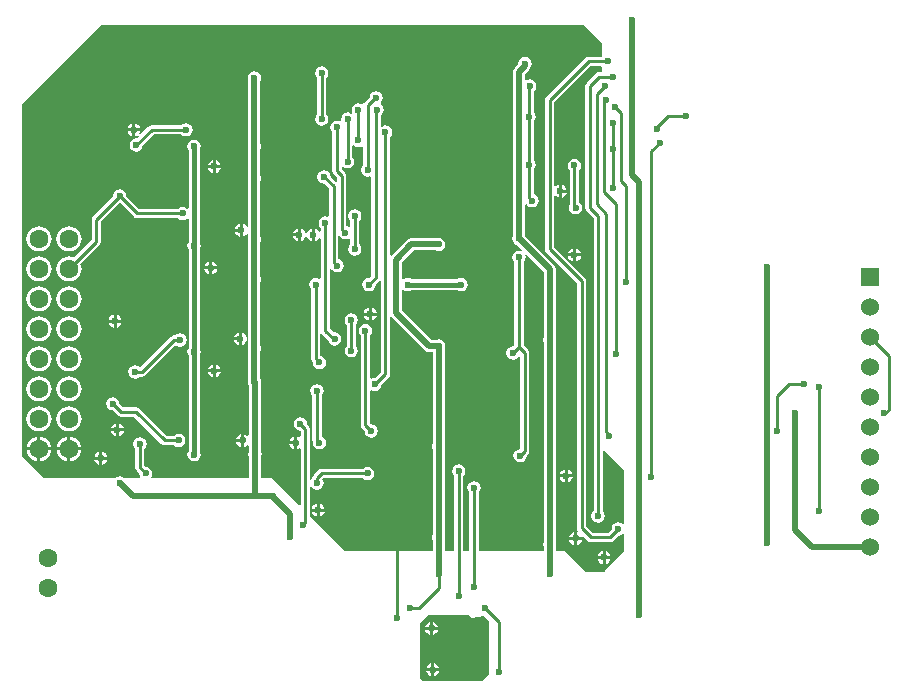
<source format=gbl>
G04 Layer_Physical_Order=2*
G04 Layer_Color=16711680*
%FSLAX25Y25*%
%MOIN*%
G70*
G01*
G75*
%ADD10C,0.01000*%
%ADD28C,0.01968*%
%ADD29C,0.01575*%
%ADD30C,0.06299*%
%ADD31R,0.06000X0.06000*%
%ADD32C,0.06000*%
%ADD33C,0.02362*%
G36*
X281299Y318307D02*
X281293Y313734D01*
X276772D01*
X276186Y313618D01*
X275690Y313286D01*
X262698Y300294D01*
X262367Y299798D01*
X262250Y299213D01*
Y249606D01*
X262367Y249021D01*
X262698Y248525D01*
X272880Y238343D01*
Y156693D01*
X272996Y156108D01*
X273255Y155721D01*
X273088Y155382D01*
X272970Y155268D01*
X272941Y155274D01*
Y153650D01*
X274565D01*
X274561Y153671D01*
X275022Y153918D01*
X276478Y152462D01*
X276974Y152130D01*
X277559Y152014D01*
X283858D01*
X284444Y152130D01*
X284940Y152462D01*
X286563Y154086D01*
X286614Y154075D01*
X287465Y154245D01*
X288083Y154657D01*
X288583Y154488D01*
Y148819D01*
X282283Y142520D01*
Y142126D01*
X275590D01*
X268898Y148819D01*
X265803D01*
Y150283D01*
X265834Y150330D01*
X266003Y151181D01*
X265834Y152032D01*
X265803Y152079D01*
Y218393D01*
X265834Y218440D01*
X266003Y219291D01*
X265834Y220142D01*
X265803Y220189D01*
Y242913D01*
X265649Y243688D01*
X265210Y244344D01*
X255609Y253945D01*
X255598Y254001D01*
X255566Y254048D01*
Y264376D01*
X256066Y264527D01*
X256301Y264176D01*
X257023Y263693D01*
X257874Y263524D01*
X258725Y263693D01*
X259447Y264176D01*
X259929Y264897D01*
X260098Y265748D01*
X259929Y266599D01*
X259447Y267320D01*
X258725Y267803D01*
X258419Y267863D01*
Y276155D01*
X258462Y276183D01*
X258944Y276905D01*
X259114Y277756D01*
X258944Y278607D01*
X258462Y279328D01*
X258419Y279357D01*
Y292099D01*
X258462Y292128D01*
X258944Y292850D01*
X259114Y293701D01*
X258944Y294552D01*
X258462Y295273D01*
X258419Y295302D01*
Y302204D01*
X258659Y302364D01*
X259141Y303086D01*
X259310Y303937D01*
X259141Y304788D01*
X258659Y305509D01*
X257938Y305992D01*
X257087Y306161D01*
X256236Y305992D01*
X256007Y305839D01*
X255566Y306075D01*
Y307823D01*
X256942Y309199D01*
X257381Y309856D01*
X257504Y310472D01*
X257566Y310566D01*
X257736Y311417D01*
X257566Y312268D01*
X257084Y312990D01*
X256363Y313472D01*
X255512Y313641D01*
X254661Y313472D01*
X253939Y312990D01*
X253457Y312268D01*
X253288Y311417D01*
X253313Y311292D01*
X252113Y310092D01*
X251674Y309436D01*
X251520Y308661D01*
Y254048D01*
X251489Y254001D01*
X251320Y253150D01*
X251489Y252299D01*
X251971Y251577D01*
X252692Y251095D01*
X252748Y251084D01*
X254423Y249409D01*
X254176Y248948D01*
X253543Y249074D01*
X252692Y248905D01*
X251971Y248423D01*
X251489Y247701D01*
X251320Y246850D01*
X251489Y245999D01*
X251971Y245278D01*
X252014Y245249D01*
Y217563D01*
X251626Y217174D01*
X251575Y217184D01*
X250724Y217015D01*
X250002Y216533D01*
X249520Y215812D01*
X249351Y214961D01*
X249520Y214110D01*
X250002Y213388D01*
X250724Y212906D01*
X251575Y212737D01*
X252426Y212906D01*
X253147Y213388D01*
X253482Y213890D01*
X253982Y213738D01*
Y182970D01*
X253937Y182932D01*
X253086Y182763D01*
X252364Y182281D01*
X251883Y181560D01*
X251713Y180709D01*
X251883Y179858D01*
X252364Y179136D01*
X253086Y178654D01*
X253937Y178485D01*
X254788Y178654D01*
X255509Y179136D01*
X255992Y179858D01*
X256161Y180709D01*
X256151Y180760D01*
X256593Y181202D01*
X256925Y181698D01*
X257041Y182283D01*
Y214961D01*
X256925Y215546D01*
X256593Y216042D01*
X255073Y217563D01*
Y245249D01*
X255116Y245278D01*
X255598Y245999D01*
X255767Y246850D01*
X255641Y247483D01*
X256102Y247730D01*
X261756Y242075D01*
Y220189D01*
X261725Y220142D01*
X261556Y219291D01*
X261725Y218440D01*
X261756Y218393D01*
Y152079D01*
X261725Y152032D01*
X261556Y151181D01*
X261725Y150330D01*
X261756Y150283D01*
Y148819D01*
X240112Y148819D01*
Y168477D01*
X240155Y168506D01*
X240637Y169228D01*
X240807Y170079D01*
X240637Y170930D01*
X240155Y171651D01*
X239434Y172133D01*
X238583Y172303D01*
X237732Y172133D01*
X237010Y171651D01*
X236528Y170930D01*
X236359Y170079D01*
X236528Y169228D01*
X237010Y168506D01*
X237053Y168477D01*
Y148819D01*
X234994D01*
Y173989D01*
X235037Y174018D01*
X235519Y174740D01*
X235688Y175591D01*
X235519Y176442D01*
X235037Y177163D01*
X234316Y177645D01*
X233465Y177814D01*
X232613Y177645D01*
X231892Y177163D01*
X231410Y176442D01*
X231241Y175591D01*
X231410Y174740D01*
X231892Y174018D01*
X231935Y173989D01*
Y148819D01*
X228795D01*
Y152645D01*
X228826Y152692D01*
X228995Y153543D01*
X228826Y154394D01*
X228795Y154441D01*
Y182960D01*
X228826Y183007D01*
X228995Y183858D01*
X228826Y184709D01*
X228795Y184756D01*
Y216425D01*
X228826Y216472D01*
X228995Y217323D01*
X228826Y218174D01*
X228344Y218895D01*
X227623Y219377D01*
X226772Y219547D01*
X225921Y219377D01*
X225874Y219346D01*
X224460D01*
X214621Y229185D01*
Y235902D01*
X215122Y236117D01*
X215684Y235741D01*
X216535Y235572D01*
X217387Y235741D01*
X217734Y235973D01*
X233053D01*
X233401Y235741D01*
X234252Y235572D01*
X235103Y235741D01*
X235824Y236223D01*
X236307Y236944D01*
X236476Y237795D01*
X236307Y238646D01*
X235824Y239368D01*
X235103Y239850D01*
X234252Y240019D01*
X233401Y239850D01*
X233053Y239618D01*
X217734D01*
X217387Y239850D01*
X216535Y240019D01*
X215684Y239850D01*
X215122Y239474D01*
X214621Y239688D01*
Y245225D01*
X218554Y249158D01*
X225874D01*
X225921Y249127D01*
X226772Y248957D01*
X227623Y249127D01*
X228344Y249609D01*
X228826Y250330D01*
X228995Y251181D01*
X228826Y252032D01*
X228344Y252754D01*
X227623Y253236D01*
X226772Y253405D01*
X225921Y253236D01*
X225874Y253204D01*
X217717D01*
X216942Y253050D01*
X216286Y252612D01*
X211168Y247494D01*
X211085Y247369D01*
X210584Y247520D01*
Y286981D01*
X210628Y287010D01*
X211110Y287732D01*
X211279Y288583D01*
X211110Y289434D01*
X210628Y290155D01*
X209906Y290637D01*
X209055Y290807D01*
X208204Y290637D01*
X207935Y290457D01*
X207435Y290725D01*
Y294199D01*
X207872Y294491D01*
X208354Y295212D01*
X208523Y296063D01*
X208354Y296914D01*
X207872Y297636D01*
X207532Y297862D01*
X207478Y298428D01*
X207960Y299149D01*
X208129Y300000D01*
X207960Y300851D01*
X207478Y301572D01*
X206756Y302055D01*
X205906Y302224D01*
X205054Y302055D01*
X204333Y301572D01*
X203851Y300851D01*
X203764Y300415D01*
X202068Y298719D01*
X201737Y298223D01*
X201720Y298138D01*
X201164Y297908D01*
X200851Y298117D01*
X200000Y298287D01*
X199149Y298117D01*
X198427Y297636D01*
X197945Y296914D01*
X197776Y296063D01*
X197945Y295212D01*
X198029Y295088D01*
X197668Y294727D01*
X197308Y294968D01*
X196457Y295137D01*
X195606Y294968D01*
X194884Y294486D01*
X194402Y293764D01*
X194233Y292913D01*
X194328Y292437D01*
X193878Y292136D01*
X193764Y292212D01*
X192913Y292381D01*
X192062Y292212D01*
X191341Y291730D01*
X190859Y291008D01*
X190690Y290158D01*
X190859Y289306D01*
X191341Y288585D01*
X191384Y288556D01*
Y275590D01*
X191500Y275005D01*
X191832Y274509D01*
X192959Y273382D01*
Y272116D01*
X192459Y271909D01*
X190796Y273571D01*
X190806Y273622D01*
X190637Y274473D01*
X190155Y275195D01*
X189434Y275677D01*
X188583Y275846D01*
X187732Y275677D01*
X187010Y275195D01*
X186528Y274473D01*
X186359Y273622D01*
X186528Y272771D01*
X187010Y272050D01*
X187732Y271568D01*
X188583Y271398D01*
X188634Y271408D01*
X190203Y269839D01*
Y260627D01*
X189703Y260347D01*
X188976Y260492D01*
X188125Y260322D01*
X187404Y259840D01*
X186922Y259119D01*
X186752Y258268D01*
X186922Y257417D01*
X187404Y256695D01*
X187447Y256666D01*
Y255553D01*
X186947Y255402D01*
X186612Y255903D01*
X185890Y256385D01*
X185539Y256455D01*
Y254331D01*
Y252206D01*
X185890Y252276D01*
X186612Y252758D01*
X186947Y253260D01*
X187447Y253108D01*
Y239937D01*
X186947Y239670D01*
X186678Y239850D01*
X185827Y240019D01*
X184976Y239850D01*
X184254Y239368D01*
X183772Y238646D01*
X183603Y237795D01*
X183772Y236944D01*
X184254Y236223D01*
X184297Y236194D01*
Y212992D01*
X184414Y212407D01*
X184745Y211911D01*
X184794Y211862D01*
X184784Y211811D01*
X184953Y210960D01*
X185435Y210239D01*
X186157Y209756D01*
X187008Y209587D01*
X187859Y209756D01*
X188580Y210239D01*
X189062Y210960D01*
X189232Y211811D01*
X189062Y212662D01*
X188580Y213384D01*
X187859Y213866D01*
X187356Y213966D01*
Y221266D01*
X187856Y221417D01*
X187895Y221359D01*
X189985Y219270D01*
X190071Y218834D01*
X190553Y218113D01*
X191275Y217631D01*
X192126Y217461D01*
X192977Y217631D01*
X193699Y218113D01*
X194181Y218834D01*
X194350Y219685D01*
X194181Y220536D01*
X193699Y221257D01*
X192977Y221740D01*
X192126Y221909D01*
X191747Y221833D01*
X190506Y223074D01*
Y242872D01*
X191006Y243024D01*
X191341Y242522D01*
X192062Y242040D01*
X192913Y241871D01*
X193764Y242040D01*
X194486Y242522D01*
X194968Y243244D01*
X195137Y244094D01*
X194968Y244946D01*
X194486Y245667D01*
X193764Y246149D01*
X193262Y246249D01*
Y253895D01*
X193762Y254047D01*
X194097Y253546D01*
X194818Y253064D01*
X195669Y252894D01*
X196520Y253064D01*
X196790Y253243D01*
X197290Y252976D01*
Y251208D01*
X197246Y251179D01*
X196764Y250457D01*
X196595Y249606D01*
X196764Y248755D01*
X197246Y248034D01*
X197968Y247552D01*
X198819Y247382D01*
X199670Y247552D01*
X200391Y248034D01*
X200873Y248755D01*
X201043Y249606D01*
X200873Y250457D01*
X200391Y251179D01*
X200348Y251208D01*
Y259029D01*
X200391Y259057D01*
X200873Y259779D01*
X201043Y260630D01*
X200873Y261481D01*
X200391Y262202D01*
X199670Y262684D01*
X198819Y262854D01*
X197968Y262684D01*
X197246Y262202D01*
X196764Y261481D01*
X196595Y260630D01*
X196764Y259779D01*
X197246Y259057D01*
X197290Y259029D01*
Y257260D01*
X196790Y256993D01*
X196520Y257173D01*
X196018Y257273D01*
Y274016D01*
X195901Y274601D01*
X195570Y275097D01*
X194443Y276224D01*
Y276997D01*
X194943Y277129D01*
X195606Y276686D01*
X196457Y276516D01*
X197308Y276686D01*
X198029Y277168D01*
X198511Y277889D01*
X198680Y278740D01*
X198511Y279591D01*
X198029Y280313D01*
X197986Y280341D01*
Y284083D01*
X198486Y284215D01*
X199149Y283772D01*
X200000Y283603D01*
X200851Y283772D01*
X201120Y283952D01*
X201620Y283685D01*
Y277586D01*
X201577Y277557D01*
X201095Y276835D01*
X200926Y275984D01*
X201095Y275133D01*
X201577Y274412D01*
X202299Y273930D01*
X203150Y273760D01*
X203876Y273905D01*
X204376Y273625D01*
Y240791D01*
X203594Y240009D01*
X203543Y240019D01*
X202692Y239850D01*
X201971Y239368D01*
X201489Y238646D01*
X201320Y237795D01*
X201489Y236944D01*
X201971Y236223D01*
X202692Y235741D01*
X203543Y235572D01*
X204394Y235741D01*
X205116Y236223D01*
X205598Y236944D01*
X205767Y237795D01*
X205757Y237846D01*
X206987Y239076D01*
X207026Y239134D01*
X207526Y238982D01*
Y208665D01*
X205563Y206702D01*
X205512Y206712D01*
X204661Y206543D01*
X204392Y206363D01*
X203892Y206630D01*
Y220840D01*
X203935Y220868D01*
X204417Y221590D01*
X204586Y222441D01*
X204417Y223292D01*
X203935Y224013D01*
X203213Y224496D01*
X202362Y224665D01*
X201511Y224496D01*
X200790Y224013D01*
X200308Y223292D01*
X200138Y222441D01*
X200308Y221590D01*
X200790Y220868D01*
X200833Y220840D01*
Y190945D01*
X200949Y190360D01*
X201281Y189863D01*
X202117Y189027D01*
X202107Y188976D01*
X202276Y188125D01*
X202758Y187404D01*
X203480Y186922D01*
X204331Y186752D01*
X205182Y186922D01*
X205903Y187404D01*
X206385Y188125D01*
X206555Y188976D01*
X206385Y189827D01*
X205903Y190549D01*
X205182Y191031D01*
X204331Y191200D01*
X204280Y191190D01*
X203892Y191578D01*
Y202346D01*
X204392Y202613D01*
X204661Y202434D01*
X205512Y202264D01*
X206363Y202434D01*
X207084Y202916D01*
X207566Y203637D01*
X207736Y204488D01*
X207726Y204539D01*
X210137Y206950D01*
X210468Y207446D01*
X210584Y208032D01*
Y226889D01*
X211085Y227041D01*
X211168Y226916D01*
X222192Y215892D01*
X222848Y215454D01*
X223622Y215300D01*
X224748D01*
Y184756D01*
X224717Y184709D01*
X224548Y183858D01*
X224717Y183007D01*
X224748Y182960D01*
Y154441D01*
X224717Y154394D01*
X224548Y153543D01*
X224717Y152692D01*
X224748Y152645D01*
Y148819D01*
X195669Y148819D01*
X183813Y160675D01*
Y170431D01*
X184313Y170583D01*
X184648Y170081D01*
X185370Y169599D01*
X186221Y169430D01*
X187072Y169599D01*
X187793Y170081D01*
X188275Y170802D01*
X188444Y171653D01*
X188275Y172505D01*
X188029Y172873D01*
X188429Y173274D01*
X201548D01*
X201577Y173231D01*
X202299Y172749D01*
X203150Y172579D01*
X204001Y172749D01*
X204722Y173231D01*
X205204Y173952D01*
X205373Y174803D01*
X205204Y175654D01*
X204722Y176376D01*
X204001Y176858D01*
X203150Y177027D01*
X202299Y176858D01*
X201577Y176376D01*
X201548Y176332D01*
X187795D01*
X187210Y176216D01*
X186714Y175885D01*
X185139Y174310D01*
X184808Y173814D01*
X184697Y173259D01*
X184648Y173226D01*
X184313Y172724D01*
X183813Y172876D01*
Y189764D01*
X183696Y190349D01*
X183365Y190845D01*
X182922Y191288D01*
X182932Y191339D01*
X182763Y192190D01*
X182281Y192911D01*
X181560Y193393D01*
X180709Y193562D01*
X179858Y193393D01*
X179136Y192911D01*
X178654Y192190D01*
X178485Y191339D01*
X178654Y190488D01*
X179136Y189766D01*
X179858Y189284D01*
X180709Y189115D01*
X180754Y189077D01*
Y187181D01*
X180254Y186914D01*
X179985Y187094D01*
X179634Y187164D01*
Y185039D01*
Y182915D01*
X179985Y182985D01*
X180254Y183165D01*
X180754Y182897D01*
Y164387D01*
X180292Y164196D01*
X171260Y173228D01*
X167535D01*
Y180362D01*
X167566Y180409D01*
X167736Y181260D01*
X167566Y182111D01*
X167535Y182158D01*
Y205294D01*
X167578Y205512D01*
X167409Y206363D01*
X167377Y206410D01*
Y215637D01*
X167409Y215684D01*
X167578Y216535D01*
X167409Y217387D01*
X167377Y217434D01*
Y238472D01*
X167409Y238519D01*
X167578Y239370D01*
X167409Y240221D01*
X167377Y240268D01*
Y251858D01*
X167409Y251905D01*
X167578Y252756D01*
X167409Y253607D01*
X167377Y253654D01*
Y272330D01*
X167409Y272377D01*
X167578Y273228D01*
X167409Y274079D01*
X167377Y274126D01*
Y282960D01*
X167409Y283007D01*
X167578Y283858D01*
X167409Y284709D01*
X167377Y284756D01*
Y305795D01*
X167409Y305842D01*
X167578Y306693D01*
X167409Y307544D01*
X166927Y308265D01*
X166205Y308748D01*
X165354Y308917D01*
X164503Y308748D01*
X163782Y308265D01*
X163300Y307544D01*
X163130Y306693D01*
X163300Y305842D01*
X163331Y305795D01*
Y284756D01*
X163300Y284709D01*
X163130Y283858D01*
X163300Y283007D01*
X163331Y282960D01*
Y274126D01*
X163300Y274079D01*
X163130Y273228D01*
X163300Y272377D01*
X163331Y272330D01*
Y257278D01*
X162831Y257126D01*
X162596Y257478D01*
X161875Y257960D01*
X161524Y258030D01*
Y255906D01*
Y253781D01*
X161875Y253851D01*
X162596Y254333D01*
X162831Y254685D01*
X163331Y254533D01*
Y253654D01*
X163300Y253607D01*
X163130Y252756D01*
X163300Y251905D01*
X163331Y251858D01*
Y240268D01*
X163300Y240221D01*
X163130Y239370D01*
X163300Y238519D01*
X163331Y238472D01*
Y219848D01*
X162831Y219798D01*
X162783Y220040D01*
X162685Y220536D01*
X162202Y221257D01*
X161481Y221740D01*
X161130Y221809D01*
Y219685D01*
Y217561D01*
X161481Y217631D01*
X162202Y218113D01*
X162685Y218834D01*
X162783Y219330D01*
X162831Y219572D01*
X163331Y219523D01*
Y217434D01*
X163300Y217387D01*
X163130Y216535D01*
X163300Y215684D01*
X163331Y215637D01*
Y206410D01*
X163300Y206363D01*
X163130Y205512D01*
X163300Y204661D01*
X163489Y204378D01*
Y187553D01*
X162990Y187399D01*
X162268Y187881D01*
X161917Y187951D01*
Y185827D01*
Y183702D01*
X162268Y183772D01*
X162990Y184254D01*
X163489Y184101D01*
Y182158D01*
X163457Y182111D01*
X163288Y181260D01*
X163457Y180409D01*
X163489Y180362D01*
Y173228D01*
X131306Y173228D01*
X131039Y173728D01*
X131188Y173952D01*
X131358Y174803D01*
X131188Y175654D01*
X130706Y176376D01*
X129985Y176858D01*
X129134Y177027D01*
X129083Y177017D01*
X128695Y177405D01*
Y183044D01*
X128738Y183073D01*
X129220Y183795D01*
X129389Y184646D01*
X129220Y185497D01*
X128738Y186218D01*
X128016Y186700D01*
X127165Y186870D01*
X126314Y186700D01*
X125593Y186218D01*
X125111Y185497D01*
X124942Y184646D01*
X125111Y183795D01*
X125593Y183073D01*
X125636Y183044D01*
Y176772D01*
X125752Y176186D01*
X126084Y175690D01*
X126920Y174854D01*
X126910Y174803D01*
X127079Y173952D01*
X127229Y173728D01*
X126962Y173228D01*
X122041D01*
X121324Y173708D01*
X120472Y173877D01*
X119621Y173708D01*
X118903Y173228D01*
X95276Y173228D01*
X87795Y180709D01*
X87795Y298031D01*
X114173Y324410D01*
X275197D01*
X281299Y318307D01*
D02*
G37*
G36*
X281288Y310321D02*
X281285Y308616D01*
X280315D01*
X279730Y308500D01*
X279234Y308168D01*
X276084Y305018D01*
X275752Y304522D01*
X275636Y303937D01*
Y263386D01*
X275752Y262801D01*
X276084Y262304D01*
X278392Y259996D01*
Y162231D01*
X278349Y162202D01*
X277867Y161481D01*
X277697Y160630D01*
X277867Y159779D01*
X278349Y159057D01*
X279070Y158575D01*
X279921Y158406D01*
X280772Y158575D01*
X281494Y159057D01*
X281976Y159779D01*
X282145Y160630D01*
X281976Y161481D01*
X281494Y162202D01*
X281451Y162231D01*
Y182463D01*
X281913Y182654D01*
X288583Y175984D01*
Y158110D01*
X288083Y157941D01*
X287465Y158354D01*
X286614Y158523D01*
X285763Y158354D01*
X285042Y157872D01*
X284560Y157150D01*
X284390Y156299D01*
X284401Y156248D01*
X283225Y155073D01*
X278192D01*
X275939Y157326D01*
Y238976D01*
X275822Y239562D01*
X275491Y240058D01*
X265309Y250240D01*
Y267154D01*
X265809Y267286D01*
X266472Y266843D01*
X266823Y266773D01*
Y268898D01*
Y271022D01*
X266472Y270952D01*
X265809Y270509D01*
X265309Y270641D01*
Y298579D01*
X277405Y310675D01*
X280934D01*
X281288Y310321D01*
D02*
G37*
G36*
X237795Y126772D02*
X241732Y127165D01*
X243701Y125197D01*
Y107874D01*
X241339Y105512D01*
X221654D01*
X220472Y106693D01*
X220472Y124803D01*
X223228Y127559D01*
X237008D01*
X237795Y126772D01*
D02*
G37*
%LPC*%
G36*
X93043Y187112D02*
X92460Y187035D01*
X91451Y186617D01*
X90584Y185952D01*
X89919Y185085D01*
X89500Y184075D01*
X89424Y183492D01*
X93043D01*
Y187112D01*
D02*
G37*
G36*
X178634Y184539D02*
X177009D01*
X177079Y184188D01*
X177561Y183467D01*
X178283Y182985D01*
X178634Y182915D01*
Y184539D01*
D02*
G37*
G36*
X103043Y187112D02*
X102460Y187035D01*
X101451Y186617D01*
X100584Y185952D01*
X99919Y185085D01*
X99501Y184075D01*
X99424Y183492D01*
X103043D01*
Y187112D01*
D02*
G37*
G36*
X104043Y187112D02*
Y183492D01*
X107663D01*
X107586Y184075D01*
X107168Y185085D01*
X106503Y185952D01*
X105636Y186617D01*
X104627Y187035D01*
X104043Y187112D01*
D02*
G37*
G36*
X94043D02*
Y183492D01*
X97663D01*
X97586Y184075D01*
X97168Y185085D01*
X96503Y185952D01*
X95636Y186617D01*
X94627Y187035D01*
X94043Y187112D01*
D02*
G37*
G36*
X97663Y182492D02*
X94043D01*
Y178873D01*
X94627Y178949D01*
X95636Y179367D01*
X96503Y180033D01*
X97168Y180899D01*
X97586Y181909D01*
X97663Y182492D01*
D02*
G37*
G36*
X103043D02*
X99424D01*
X99501Y181909D01*
X99919Y180899D01*
X100584Y180033D01*
X101451Y179367D01*
X102460Y178949D01*
X103043Y178873D01*
Y182492D01*
D02*
G37*
G36*
X93043D02*
X89424D01*
X89500Y181909D01*
X89919Y180899D01*
X90584Y180033D01*
X91451Y179367D01*
X92460Y178949D01*
X93043Y178873D01*
Y182492D01*
D02*
G37*
G36*
X107663D02*
X104043D01*
Y178873D01*
X104627Y178949D01*
X105636Y179367D01*
X106503Y180033D01*
X107168Y180899D01*
X107586Y181909D01*
X107663Y182492D01*
D02*
G37*
G36*
X186221Y204586D02*
X185370Y204417D01*
X184648Y203935D01*
X184166Y203213D01*
X183997Y202362D01*
X184166Y201511D01*
X184648Y200790D01*
X184691Y200761D01*
Y185827D01*
X184808Y185241D01*
X184820Y185222D01*
X184784Y185039D01*
X184953Y184188D01*
X185435Y183467D01*
X186157Y182985D01*
X187008Y182816D01*
X187859Y182985D01*
X188580Y183467D01*
X189062Y184188D01*
X189232Y185039D01*
X189062Y185890D01*
X188580Y186612D01*
X187859Y187094D01*
X187750Y187116D01*
Y200761D01*
X187793Y200790D01*
X188275Y201511D01*
X188444Y202362D01*
X188275Y203213D01*
X187793Y203935D01*
X187072Y204417D01*
X186221Y204586D01*
D02*
G37*
G36*
X114673Y182046D02*
Y180421D01*
X116298D01*
X116228Y180772D01*
X115746Y181494D01*
X115024Y181976D01*
X114673Y182046D01*
D02*
G37*
G36*
X113673D02*
X113322Y181976D01*
X112601Y181494D01*
X112119Y180772D01*
X112049Y180421D01*
X113673D01*
Y182046D01*
D02*
G37*
G36*
X119185Y191495D02*
X118834Y191425D01*
X118113Y190943D01*
X117631Y190221D01*
X117561Y189870D01*
X119185D01*
Y191495D01*
D02*
G37*
G36*
X103543Y197178D02*
X102460Y197035D01*
X101451Y196617D01*
X100584Y195952D01*
X99919Y195085D01*
X99501Y194075D01*
X99358Y192992D01*
X99501Y191909D01*
X99919Y190899D01*
X100584Y190033D01*
X101451Y189367D01*
X102460Y188949D01*
X103543Y188807D01*
X104627Y188949D01*
X105636Y189367D01*
X106503Y190033D01*
X107168Y190899D01*
X107586Y191909D01*
X107729Y192992D01*
X107586Y194075D01*
X107168Y195085D01*
X106503Y195952D01*
X105636Y196617D01*
X104627Y197035D01*
X103543Y197178D01*
D02*
G37*
G36*
X93543D02*
X92460Y197035D01*
X91451Y196617D01*
X90584Y195952D01*
X89919Y195085D01*
X89500Y194075D01*
X89358Y192992D01*
X89500Y191909D01*
X89919Y190899D01*
X90584Y190033D01*
X91451Y189367D01*
X92460Y188949D01*
X93543Y188807D01*
X94627Y188949D01*
X95636Y189367D01*
X96503Y190033D01*
X97168Y190899D01*
X97586Y191909D01*
X97729Y192992D01*
X97586Y194075D01*
X97168Y195085D01*
X96503Y195952D01*
X95636Y196617D01*
X94627Y197035D01*
X93543Y197178D01*
D02*
G37*
G36*
X103543Y207177D02*
X102460Y207035D01*
X101451Y206617D01*
X100584Y205952D01*
X99919Y205085D01*
X99501Y204075D01*
X99358Y202992D01*
X99501Y201909D01*
X99919Y200899D01*
X100584Y200033D01*
X101451Y199367D01*
X102460Y198949D01*
X103543Y198807D01*
X104627Y198949D01*
X105636Y199367D01*
X106503Y200033D01*
X107168Y200899D01*
X107586Y201909D01*
X107729Y202992D01*
X107586Y204075D01*
X107168Y205085D01*
X106503Y205952D01*
X105636Y206617D01*
X104627Y207035D01*
X103543Y207177D01*
D02*
G37*
G36*
X93543D02*
X92460Y207035D01*
X91451Y206617D01*
X90584Y205952D01*
X89919Y205085D01*
X89500Y204075D01*
X89358Y202992D01*
X89500Y201909D01*
X89919Y200899D01*
X90584Y200033D01*
X91451Y199367D01*
X92460Y198949D01*
X93543Y198807D01*
X94627Y198949D01*
X95636Y199367D01*
X96503Y200033D01*
X97168Y200899D01*
X97586Y201909D01*
X97729Y202992D01*
X97586Y204075D01*
X97168Y205085D01*
X96503Y205952D01*
X95636Y206617D01*
X94627Y207035D01*
X93543Y207177D01*
D02*
G37*
G36*
X120185Y191495D02*
Y189870D01*
X121809D01*
X121740Y190221D01*
X121257Y190943D01*
X120536Y191425D01*
X120185Y191495D01*
D02*
G37*
G36*
X178634Y187164D02*
X178283Y187094D01*
X177561Y186612D01*
X177079Y185890D01*
X177009Y185539D01*
X178634D01*
Y187164D01*
D02*
G37*
G36*
X160917Y185327D02*
X159293D01*
X159363Y184976D01*
X159845Y184254D01*
X160566Y183772D01*
X160917Y183702D01*
Y185327D01*
D02*
G37*
G36*
X118110Y200255D02*
X117259Y200086D01*
X116538Y199604D01*
X116056Y198882D01*
X115886Y198031D01*
X116056Y197180D01*
X116538Y196459D01*
X117259Y195977D01*
X118110Y195808D01*
X118161Y195818D01*
X119785Y194194D01*
X120281Y193863D01*
X120866Y193746D01*
X125351D01*
X134352Y184745D01*
X134848Y184414D01*
X135433Y184297D01*
X138556D01*
X138585Y184254D01*
X139306Y183772D01*
X140157Y183603D01*
X141008Y183772D01*
X141730Y184254D01*
X142212Y184976D01*
X142381Y185827D01*
X142212Y186678D01*
X141730Y187399D01*
X141008Y187881D01*
X140157Y188051D01*
X139306Y187881D01*
X138585Y187399D01*
X138556Y187356D01*
X136067D01*
X127066Y196357D01*
X126569Y196689D01*
X125984Y196805D01*
X121500D01*
X120324Y197981D01*
X120334Y198031D01*
X120165Y198882D01*
X119683Y199604D01*
X118961Y200086D01*
X118110Y200255D01*
D02*
G37*
G36*
X121809Y188870D02*
X120185D01*
Y187246D01*
X120536Y187315D01*
X121257Y187798D01*
X121740Y188519D01*
X121809Y188870D01*
D02*
G37*
G36*
X119185D02*
X117561D01*
X117631Y188519D01*
X118113Y187798D01*
X118834Y187315D01*
X119185Y187246D01*
Y188870D01*
D02*
G37*
G36*
X160917Y187951D02*
X160566Y187881D01*
X159845Y187399D01*
X159363Y186678D01*
X159293Y186327D01*
X160917D01*
Y187951D01*
D02*
G37*
G36*
X116298Y179421D02*
X114673D01*
Y177797D01*
X115024Y177867D01*
X115746Y178349D01*
X116228Y179070D01*
X116298Y179421D01*
D02*
G37*
G36*
X281390Y146350D02*
X279765D01*
X279835Y145999D01*
X280317Y145278D01*
X281039Y144796D01*
X281390Y144726D01*
Y146350D01*
D02*
G37*
G36*
X282390Y148975D02*
Y147350D01*
X284014D01*
X283944Y147701D01*
X283462Y148423D01*
X282741Y148905D01*
X282390Y148975D01*
D02*
G37*
G36*
X281390D02*
X281039Y148905D01*
X280317Y148423D01*
X279835Y147701D01*
X279765Y147350D01*
X281390D01*
Y148975D01*
D02*
G37*
G36*
X284014Y146350D02*
X282390D01*
Y144726D01*
X282741Y144796D01*
X283462Y145278D01*
X283944Y145999D01*
X284014Y146350D01*
D02*
G37*
G36*
X271416Y173516D02*
X269791D01*
Y171891D01*
X270142Y171961D01*
X270864Y172443D01*
X271346Y173165D01*
X271416Y173516D01*
D02*
G37*
G36*
X268791D02*
X267167D01*
X267237Y173165D01*
X267719Y172443D01*
X268440Y171961D01*
X268791Y171891D01*
Y173516D01*
D02*
G37*
G36*
X187114Y164723D02*
Y163098D01*
X188739D01*
X188669Y163450D01*
X188187Y164171D01*
X187465Y164653D01*
X187114Y164723D01*
D02*
G37*
G36*
X113673Y179421D02*
X112049D01*
X112119Y179070D01*
X112601Y178349D01*
X113322Y177867D01*
X113673Y177797D01*
Y179421D01*
D02*
G37*
G36*
X269791Y176140D02*
Y174516D01*
X271416D01*
X271346Y174867D01*
X270864Y175588D01*
X270142Y176070D01*
X269791Y176140D01*
D02*
G37*
G36*
X268791D02*
X268440Y176070D01*
X267719Y175588D01*
X267237Y174867D01*
X267167Y174516D01*
X268791D01*
Y176140D01*
D02*
G37*
G36*
X271941Y155274D02*
X271590Y155204D01*
X270868Y154722D01*
X270386Y154001D01*
X270317Y153650D01*
X271941D01*
Y155274D01*
D02*
G37*
G36*
X274565Y152650D02*
X272941D01*
Y151025D01*
X273292Y151095D01*
X274013Y151577D01*
X274496Y152299D01*
X274565Y152650D01*
D02*
G37*
G36*
X271941D02*
X270317D01*
X270386Y152299D01*
X270868Y151577D01*
X271590Y151095D01*
X271941Y151025D01*
Y152650D01*
D02*
G37*
G36*
X186114Y164723D02*
X185763Y164653D01*
X185042Y164171D01*
X184560Y163450D01*
X184490Y163098D01*
X186114D01*
Y164723D01*
D02*
G37*
G36*
X188739Y162098D02*
X187114D01*
Y160474D01*
X187465Y160544D01*
X188187Y161026D01*
X188669Y161747D01*
X188739Y162098D01*
D02*
G37*
G36*
X186114D02*
X184490D01*
X184560Y161747D01*
X185042Y161026D01*
X185763Y160544D01*
X186114Y160474D01*
Y162098D01*
D02*
G37*
G36*
X151469Y208555D02*
X149844D01*
X149914Y208204D01*
X150396Y207483D01*
X151118Y207001D01*
X151469Y206931D01*
Y208555D01*
D02*
G37*
G36*
X160524Y255405D02*
X158899D01*
X158969Y255054D01*
X159451Y254333D01*
X160173Y253851D01*
X160524Y253781D01*
Y255405D01*
D02*
G37*
G36*
X179815Y253831D02*
X178191D01*
X178260Y253480D01*
X178743Y252758D01*
X179464Y252276D01*
X179815Y252206D01*
Y253831D01*
D02*
G37*
G36*
X103543Y257177D02*
X102460Y257035D01*
X101451Y256617D01*
X100584Y255952D01*
X99919Y255085D01*
X99501Y254075D01*
X99358Y252992D01*
X99501Y251909D01*
X99919Y250899D01*
X100584Y250033D01*
X101451Y249367D01*
X102460Y248949D01*
X103543Y248807D01*
X104627Y248949D01*
X105636Y249367D01*
X106503Y250033D01*
X107168Y250899D01*
X107586Y251909D01*
X107729Y252992D01*
X107586Y254075D01*
X107168Y255085D01*
X106503Y255952D01*
X105636Y256617D01*
X104627Y257035D01*
X103543Y257177D01*
D02*
G37*
G36*
X160524Y258030D02*
X160173Y257960D01*
X159451Y257478D01*
X158969Y256756D01*
X158899Y256405D01*
X160524D01*
Y258030D01*
D02*
G37*
G36*
X184539Y256455D02*
X184188Y256385D01*
X183467Y255903D01*
X182985Y255182D01*
X182932Y254917D01*
X182422D01*
X182369Y255182D01*
X181887Y255903D01*
X181166Y256385D01*
X180815Y256455D01*
Y254331D01*
Y252206D01*
X181166Y252276D01*
X181887Y252758D01*
X182369Y253480D01*
X182422Y253745D01*
X182932D01*
X182985Y253480D01*
X183467Y252758D01*
X184188Y252276D01*
X184539Y252206D01*
Y254331D01*
Y256455D01*
D02*
G37*
G36*
X179815D02*
X179464Y256385D01*
X178743Y255903D01*
X178260Y255182D01*
X178191Y254831D01*
X179815D01*
Y256455D01*
D02*
G37*
G36*
X151287Y245431D02*
Y243807D01*
X152912D01*
X152842Y244158D01*
X152360Y244880D01*
X151638Y245362D01*
X151287Y245431D01*
D02*
G37*
G36*
X93543Y257177D02*
X92460Y257035D01*
X91451Y256617D01*
X90584Y255952D01*
X89919Y255085D01*
X89500Y254075D01*
X89358Y252992D01*
X89500Y251909D01*
X89919Y250899D01*
X90584Y250033D01*
X91451Y249367D01*
X92460Y248949D01*
X93543Y248807D01*
X94627Y248949D01*
X95636Y249367D01*
X96503Y250033D01*
X97168Y250899D01*
X97586Y251909D01*
X97729Y252992D01*
X97586Y254075D01*
X97168Y255085D01*
X96503Y255952D01*
X95636Y256617D01*
X94627Y257035D01*
X93543Y257177D01*
D02*
G37*
G36*
X142520Y291594D02*
X141669Y291425D01*
X140947Y290943D01*
X140918Y290899D01*
X131102D01*
X130517Y290783D01*
X130021Y290452D01*
X127378Y287809D01*
X126990Y288127D01*
X127251Y288519D01*
X127321Y288870D01*
X125697D01*
Y287246D01*
X126048Y287316D01*
X126439Y287577D01*
X126758Y287189D01*
X126035Y286466D01*
X125984Y286476D01*
X125133Y286307D01*
X124412Y285824D01*
X123930Y285103D01*
X123760Y284252D01*
X123930Y283401D01*
X124412Y282680D01*
X125133Y282197D01*
X125984Y282028D01*
X126835Y282197D01*
X127557Y282680D01*
X128039Y283401D01*
X128208Y284252D01*
X128198Y284303D01*
X131736Y287841D01*
X140918D01*
X140947Y287798D01*
X141669Y287316D01*
X142520Y287146D01*
X143371Y287316D01*
X144092Y287798D01*
X144574Y288519D01*
X144744Y289370D01*
X144574Y290221D01*
X144092Y290943D01*
X143371Y291425D01*
X142520Y291594D01*
D02*
G37*
G36*
X124697Y288870D02*
X123073D01*
X123142Y288519D01*
X123624Y287798D01*
X124346Y287316D01*
X124697Y287246D01*
Y288870D01*
D02*
G37*
G36*
X152469Y279290D02*
Y277665D01*
X154093D01*
X154023Y278016D01*
X153541Y278738D01*
X152820Y279220D01*
X152469Y279290D01*
D02*
G37*
G36*
X187795Y310492D02*
X186944Y310322D01*
X186223Y309840D01*
X185741Y309119D01*
X185572Y308268D01*
X185741Y307417D01*
X186223Y306695D01*
X186266Y306666D01*
Y294515D01*
X186223Y294486D01*
X185741Y293764D01*
X185572Y292913D01*
X185741Y292062D01*
X186223Y291341D01*
X186944Y290859D01*
X187795Y290690D01*
X188646Y290859D01*
X189368Y291341D01*
X189850Y292062D01*
X190019Y292913D01*
X189850Y293764D01*
X189368Y294486D01*
X189325Y294515D01*
Y306666D01*
X189368Y306695D01*
X189850Y307417D01*
X190019Y308268D01*
X189850Y309119D01*
X189368Y309840D01*
X188646Y310322D01*
X187795Y310492D01*
D02*
G37*
G36*
X125697Y291494D02*
Y289870D01*
X127321D01*
X127251Y290221D01*
X126769Y290943D01*
X126048Y291425D01*
X125697Y291494D01*
D02*
G37*
G36*
X124697D02*
X124346Y291425D01*
X123624Y290943D01*
X123142Y290221D01*
X123073Y289870D01*
X124697D01*
Y291494D01*
D02*
G37*
G36*
X145276Y286082D02*
X144425Y285913D01*
X143703Y285431D01*
X143221Y284709D01*
X143052Y283858D01*
X143221Y283007D01*
X143453Y282660D01*
Y263256D01*
X142953Y263126D01*
X142288Y263570D01*
X141437Y263740D01*
X140586Y263570D01*
X139865Y263088D01*
X139836Y263045D01*
X126913D01*
X122686Y267272D01*
X122696Y267323D01*
X122527Y268174D01*
X122045Y268895D01*
X121324Y269377D01*
X120472Y269547D01*
X119621Y269377D01*
X118900Y268895D01*
X118418Y268174D01*
X118249Y267323D01*
X118259Y267272D01*
X111517Y260530D01*
X111186Y260034D01*
X111069Y259449D01*
Y252681D01*
X105190Y246802D01*
X104627Y247035D01*
X103543Y247178D01*
X102460Y247035D01*
X101451Y246617D01*
X100584Y245952D01*
X99919Y245085D01*
X99501Y244075D01*
X99358Y242992D01*
X99501Y241909D01*
X99919Y240899D01*
X100584Y240033D01*
X101451Y239368D01*
X102460Y238949D01*
X103543Y238807D01*
X104627Y238949D01*
X105636Y239368D01*
X106503Y240033D01*
X107168Y240899D01*
X107586Y241909D01*
X107729Y242992D01*
X107586Y244075D01*
X107353Y244639D01*
X113680Y250966D01*
X114011Y251462D01*
X114128Y252047D01*
Y258815D01*
X120140Y264827D01*
X120805D01*
X125198Y260434D01*
X125694Y260103D01*
X126279Y259986D01*
X139836D01*
X139865Y259943D01*
X140586Y259461D01*
X141437Y259292D01*
X142288Y259461D01*
X142953Y259906D01*
X143453Y259776D01*
Y251986D01*
X143221Y251638D01*
X143052Y250787D01*
X143221Y249936D01*
X143453Y249589D01*
Y216553D01*
X143221Y216205D01*
X143052Y215354D01*
X143221Y214503D01*
X143453Y214156D01*
Y182301D01*
X143221Y181953D01*
X143052Y181102D01*
X143221Y180251D01*
X143703Y179530D01*
X144425Y179048D01*
X145276Y178878D01*
X146127Y179048D01*
X146848Y179530D01*
X147330Y180251D01*
X147499Y181102D01*
X147330Y181953D01*
X147098Y182301D01*
Y214156D01*
X147330Y214503D01*
X147499Y215354D01*
X147330Y216205D01*
X147098Y216553D01*
Y249589D01*
X147330Y249936D01*
X147499Y250787D01*
X147330Y251638D01*
X147098Y251986D01*
Y282660D01*
X147330Y283007D01*
X147499Y283858D01*
X147330Y284709D01*
X146848Y285431D01*
X146127Y285913D01*
X145276Y286082D01*
D02*
G37*
G36*
X151469Y279290D02*
X151118Y279220D01*
X150396Y278738D01*
X149914Y278016D01*
X149844Y277665D01*
X151469D01*
Y279290D01*
D02*
G37*
G36*
X154093Y276665D02*
X152469D01*
Y275041D01*
X152820Y275111D01*
X153541Y275593D01*
X154023Y276314D01*
X154093Y276665D01*
D02*
G37*
G36*
X151469D02*
X149844D01*
X149914Y276314D01*
X150396Y275593D01*
X151118Y275111D01*
X151469Y275041D01*
Y276665D01*
D02*
G37*
G36*
X93543Y227178D02*
X92460Y227035D01*
X91451Y226617D01*
X90584Y225952D01*
X89919Y225085D01*
X89500Y224075D01*
X89358Y222992D01*
X89500Y221909D01*
X89919Y220899D01*
X90584Y220033D01*
X91451Y219368D01*
X92460Y218949D01*
X93543Y218807D01*
X94627Y218949D01*
X95636Y219368D01*
X96503Y220033D01*
X97168Y220899D01*
X97586Y221909D01*
X97729Y222992D01*
X97586Y224075D01*
X97168Y225085D01*
X96503Y225952D01*
X95636Y226617D01*
X94627Y227035D01*
X93543Y227178D01*
D02*
G37*
G36*
X160130Y219185D02*
X158505D01*
X158575Y218834D01*
X159057Y218113D01*
X159779Y217631D01*
X160130Y217561D01*
Y219185D01*
D02*
G37*
G36*
X140551Y221515D02*
X139700Y221346D01*
X138979Y220864D01*
X138950Y220821D01*
X138583D01*
X137997Y220704D01*
X137501Y220373D01*
X127603Y210475D01*
X127163Y210234D01*
X126442Y210716D01*
X125591Y210885D01*
X124740Y210716D01*
X124018Y210234D01*
X123536Y209512D01*
X123367Y208661D01*
X123536Y207810D01*
X124018Y207089D01*
X124740Y206607D01*
X125591Y206438D01*
X126442Y206607D01*
X127163Y207089D01*
X127192Y207132D01*
X127953D01*
X128538Y207248D01*
X129034Y207580D01*
X139095Y217641D01*
X139700Y217237D01*
X140551Y217068D01*
X141402Y217237D01*
X142124Y217719D01*
X142606Y218440D01*
X142775Y219291D01*
X142606Y220142D01*
X142124Y220864D01*
X141402Y221346D01*
X140551Y221515D01*
D02*
G37*
G36*
X118398Y225091D02*
X116773D01*
X116843Y224740D01*
X117325Y224018D01*
X118047Y223536D01*
X118398Y223466D01*
Y225091D01*
D02*
G37*
G36*
X160130Y221809D02*
X159779Y221740D01*
X159057Y221257D01*
X158575Y220536D01*
X158505Y220185D01*
X160130D01*
Y221809D01*
D02*
G37*
G36*
X103543Y227178D02*
X102460Y227035D01*
X101451Y226617D01*
X100584Y225952D01*
X99919Y225085D01*
X99501Y224075D01*
X99358Y222992D01*
X99501Y221909D01*
X99919Y220899D01*
X100584Y220033D01*
X101451Y219368D01*
X102460Y218949D01*
X103543Y218807D01*
X104627Y218949D01*
X105636Y219368D01*
X106503Y220033D01*
X107168Y220899D01*
X107586Y221909D01*
X107729Y222992D01*
X107586Y224075D01*
X107168Y225085D01*
X106503Y225952D01*
X105636Y226617D01*
X104627Y227035D01*
X103543Y227178D01*
D02*
G37*
G36*
Y217178D02*
X102460Y217035D01*
X101451Y216617D01*
X100584Y215952D01*
X99919Y215085D01*
X99501Y214075D01*
X99358Y212992D01*
X99501Y211909D01*
X99919Y210899D01*
X100584Y210033D01*
X101451Y209367D01*
X102460Y208949D01*
X103543Y208807D01*
X104627Y208949D01*
X105636Y209367D01*
X106503Y210033D01*
X107168Y210899D01*
X107586Y211909D01*
X107729Y212992D01*
X107586Y214075D01*
X107168Y215085D01*
X106503Y215952D01*
X105636Y216617D01*
X104627Y217035D01*
X103543Y217178D01*
D02*
G37*
G36*
X93543D02*
X92460Y217035D01*
X91451Y216617D01*
X90584Y215952D01*
X89919Y215085D01*
X89500Y214075D01*
X89358Y212992D01*
X89500Y211909D01*
X89919Y210899D01*
X90584Y210033D01*
X91451Y209367D01*
X92460Y208949D01*
X93543Y208807D01*
X94627Y208949D01*
X95636Y209367D01*
X96503Y210033D01*
X97168Y210899D01*
X97586Y211909D01*
X97729Y212992D01*
X97586Y214075D01*
X97168Y215085D01*
X96503Y215952D01*
X95636Y216617D01*
X94627Y217035D01*
X93543Y217178D01*
D02*
G37*
G36*
X154093Y208555D02*
X152469D01*
Y206931D01*
X152820Y207001D01*
X153541Y207483D01*
X154023Y208204D01*
X154093Y208555D01*
D02*
G37*
G36*
X197638Y228208D02*
X196787Y228039D01*
X196065Y227557D01*
X195583Y226835D01*
X195414Y225984D01*
X195583Y225133D01*
X196065Y224412D01*
X196108Y224383D01*
Y217349D01*
X196065Y217320D01*
X195583Y216599D01*
X195414Y215748D01*
X195583Y214897D01*
X196065Y214176D01*
X196787Y213693D01*
X197638Y213524D01*
X198489Y213693D01*
X199210Y214176D01*
X199692Y214897D01*
X199862Y215748D01*
X199692Y216599D01*
X199210Y217320D01*
X199167Y217349D01*
Y224383D01*
X199210Y224412D01*
X199692Y225133D01*
X199862Y225984D01*
X199692Y226835D01*
X199210Y227557D01*
X198489Y228039D01*
X197638Y228208D01*
D02*
G37*
G36*
X152469Y211179D02*
Y209555D01*
X154093D01*
X154023Y209906D01*
X153541Y210628D01*
X152820Y211110D01*
X152469Y211179D01*
D02*
G37*
G36*
X151469D02*
X151118Y211110D01*
X150396Y210628D01*
X149914Y209906D01*
X149844Y209555D01*
X151469D01*
Y211179D01*
D02*
G37*
G36*
X121022Y225091D02*
X119398D01*
Y223466D01*
X119749Y223536D01*
X120470Y224018D01*
X120952Y224740D01*
X121022Y225091D01*
D02*
G37*
G36*
X93543Y247178D02*
X92460Y247035D01*
X91451Y246617D01*
X90584Y245952D01*
X89919Y245085D01*
X89500Y244075D01*
X89358Y242992D01*
X89500Y241909D01*
X89919Y240899D01*
X90584Y240033D01*
X91451Y239368D01*
X92460Y238949D01*
X93543Y238807D01*
X94627Y238949D01*
X95636Y239368D01*
X96503Y240033D01*
X97168Y240899D01*
X97586Y241909D01*
X97729Y242992D01*
X97586Y244075D01*
X97168Y245085D01*
X96503Y245952D01*
X95636Y246617D01*
X94627Y247035D01*
X93543Y247178D01*
D02*
G37*
G36*
X103543Y237177D02*
X102460Y237035D01*
X101451Y236617D01*
X100584Y235952D01*
X99919Y235085D01*
X99501Y234075D01*
X99358Y232992D01*
X99501Y231909D01*
X99919Y230899D01*
X100584Y230033D01*
X101451Y229367D01*
X102460Y228949D01*
X103543Y228807D01*
X104627Y228949D01*
X105636Y229367D01*
X106503Y230033D01*
X107168Y230899D01*
X107586Y231909D01*
X107729Y232992D01*
X107586Y234075D01*
X107168Y235085D01*
X106503Y235952D01*
X105636Y236617D01*
X104627Y237035D01*
X103543Y237177D01*
D02*
G37*
G36*
X93543D02*
X92460Y237035D01*
X91451Y236617D01*
X90584Y235952D01*
X89919Y235085D01*
X89500Y234075D01*
X89358Y232992D01*
X89500Y231909D01*
X89919Y230899D01*
X90584Y230033D01*
X91451Y229367D01*
X92460Y228949D01*
X93543Y228807D01*
X94627Y228949D01*
X95636Y229367D01*
X96503Y230033D01*
X97168Y230899D01*
X97586Y231909D01*
X97729Y232992D01*
X97586Y234075D01*
X97168Y235085D01*
X96503Y235952D01*
X95636Y236617D01*
X94627Y237035D01*
X93543Y237177D01*
D02*
G37*
G36*
X150287Y245431D02*
X149936Y245362D01*
X149215Y244880D01*
X148733Y244158D01*
X148663Y243807D01*
X150287D01*
Y245431D01*
D02*
G37*
G36*
X152912Y242807D02*
X151287D01*
Y241183D01*
X151638Y241252D01*
X152360Y241735D01*
X152842Y242456D01*
X152912Y242807D01*
D02*
G37*
G36*
X150287D02*
X148663D01*
X148733Y242456D01*
X149215Y241735D01*
X149936Y241252D01*
X150287Y241183D01*
Y242807D01*
D02*
G37*
G36*
X118398Y227715D02*
X118047Y227645D01*
X117325Y227163D01*
X116843Y226442D01*
X116773Y226091D01*
X118398D01*
Y227715D01*
D02*
G37*
G36*
X206061Y227453D02*
X204437D01*
Y225828D01*
X204788Y225898D01*
X205509Y226380D01*
X205992Y227102D01*
X206061Y227453D01*
D02*
G37*
G36*
X203437D02*
X201813D01*
X201883Y227102D01*
X202364Y226380D01*
X203086Y225898D01*
X203437Y225828D01*
Y227453D01*
D02*
G37*
G36*
X204437Y230077D02*
Y228453D01*
X206061D01*
X205992Y228804D01*
X205509Y229525D01*
X204788Y230007D01*
X204437Y230077D01*
D02*
G37*
G36*
X203437D02*
X203086Y230007D01*
X202364Y229525D01*
X201883Y228804D01*
X201813Y228453D01*
X203437D01*
Y230077D01*
D02*
G37*
G36*
X119398Y227715D02*
Y226091D01*
X121022D01*
X120952Y226442D01*
X120470Y227163D01*
X119749Y227645D01*
X119398Y227715D01*
D02*
G37*
G36*
X274172Y247138D02*
X272547D01*
Y245513D01*
X272898Y245583D01*
X273620Y246065D01*
X274102Y246787D01*
X274172Y247138D01*
D02*
G37*
G36*
X271547D02*
X269923D01*
X269993Y246787D01*
X270475Y246065D01*
X271196Y245583D01*
X271547Y245513D01*
Y247138D01*
D02*
G37*
G36*
X272547Y249762D02*
Y248138D01*
X274172D01*
X274102Y248489D01*
X273620Y249210D01*
X272898Y249692D01*
X272547Y249762D01*
D02*
G37*
G36*
X271547D02*
X271196Y249692D01*
X270475Y249210D01*
X269993Y248489D01*
X269923Y248138D01*
X271547D01*
Y249762D01*
D02*
G37*
G36*
X272047Y279783D02*
X271196Y279614D01*
X270475Y279132D01*
X269993Y278410D01*
X269823Y277559D01*
X269993Y276708D01*
X270475Y275987D01*
X270518Y275958D01*
Y264434D01*
X270386Y264237D01*
X270217Y263386D01*
X270386Y262535D01*
X270868Y261813D01*
X271590Y261331D01*
X272441Y261162D01*
X273292Y261331D01*
X273515Y261480D01*
X273518Y261481D01*
X274014Y261812D01*
X274346Y262308D01*
X274347Y262312D01*
X274496Y262535D01*
X274665Y263386D01*
X274496Y264237D01*
X274013Y264958D01*
X273577Y265250D01*
Y275958D01*
X273620Y275987D01*
X274102Y276708D01*
X274271Y277559D01*
X274102Y278410D01*
X273620Y279132D01*
X272898Y279614D01*
X272047Y279783D01*
D02*
G37*
G36*
X267823Y271022D02*
Y269398D01*
X269447D01*
X269377Y269749D01*
X268895Y270470D01*
X268174Y270952D01*
X267823Y271022D01*
D02*
G37*
G36*
X269447Y268398D02*
X267823D01*
Y266773D01*
X268174Y266843D01*
X268895Y267325D01*
X269377Y268047D01*
X269447Y268398D01*
D02*
G37*
G36*
X224909Y125353D02*
Y123728D01*
X226534D01*
X226464Y124079D01*
X225982Y124801D01*
X225260Y125283D01*
X224909Y125353D01*
D02*
G37*
G36*
X223909D02*
X223558Y125283D01*
X222837Y124801D01*
X222355Y124079D01*
X222285Y123728D01*
X223909D01*
Y125353D01*
D02*
G37*
G36*
X224303Y111573D02*
X223952Y111503D01*
X223231Y111021D01*
X222749Y110300D01*
X222679Y109949D01*
X224303D01*
Y111573D01*
D02*
G37*
G36*
X226927Y108949D02*
X225303D01*
Y107325D01*
X225654Y107394D01*
X226376Y107876D01*
X226858Y108598D01*
X226927Y108949D01*
D02*
G37*
G36*
X224303D02*
X222679D01*
X222749Y108598D01*
X223231Y107876D01*
X223952Y107394D01*
X224303Y107325D01*
Y108949D01*
D02*
G37*
G36*
X226534Y122728D02*
X224909D01*
Y121104D01*
X225260Y121174D01*
X225982Y121656D01*
X226464Y122377D01*
X226534Y122728D01*
D02*
G37*
G36*
X223909D02*
X222285D01*
X222355Y122377D01*
X222837Y121656D01*
X223558Y121174D01*
X223909Y121104D01*
Y122728D01*
D02*
G37*
G36*
X225303Y111573D02*
Y109949D01*
X226927D01*
X226858Y110300D01*
X226376Y111021D01*
X225654Y111503D01*
X225303Y111573D01*
D02*
G37*
%LPD*%
D10*
X112598Y252047D02*
Y259449D01*
X103543Y242992D02*
X112598Y252047D01*
Y259449D02*
X120472Y267323D01*
X283858Y153543D02*
X286614Y156299D01*
X277559Y153543D02*
X283858D01*
X274410Y156693D02*
X277559Y153543D01*
X274410Y156693D02*
Y238976D01*
X263779Y249606D02*
X274410Y238976D01*
X263779Y249606D02*
Y299213D01*
X276772Y312205D01*
X283071D01*
X285433Y296850D02*
X287402Y294882D01*
Y272441D02*
Y294882D01*
Y272441D02*
X289370Y270472D01*
X212992Y126772D02*
Y149213D01*
X213386Y149606D01*
X285039Y283071D02*
Y291732D01*
Y270079D02*
Y283071D01*
X289370Y238976D02*
Y270472D01*
X281890Y298425D02*
X282677Y299213D01*
X281890Y268504D02*
Y298425D01*
Y268504D02*
X285827Y264567D01*
X353543Y162205D02*
Y203543D01*
X343543Y204567D02*
X348425D01*
X339665Y200689D02*
X343543Y204567D01*
X339665Y188878D02*
Y200689D01*
X217323Y129921D02*
X220079D01*
X226772Y136614D01*
Y141339D01*
X242126Y129921D02*
X246850Y125197D01*
Y108661D02*
Y125197D01*
X375984Y195276D02*
X376772Y196063D01*
Y214094D01*
X370472Y220394D02*
X376772Y214094D01*
X238583Y137008D02*
Y170079D01*
X233465Y133858D02*
Y175591D01*
X279528Y264567D02*
X282677Y261417D01*
Y188583D02*
Y261417D01*
Y188583D02*
X283465Y187795D01*
X186221Y171653D02*
Y173228D01*
X187795Y174803D01*
X180709Y191339D02*
X182283Y189764D01*
Y158268D02*
Y189764D01*
X181496Y157480D02*
X182283Y158268D01*
X127165Y176772D02*
Y184646D01*
Y176772D02*
X129134Y174803D01*
X187795D02*
X203150D01*
X118110Y198031D02*
X120866Y195276D01*
X125984D01*
X135433Y185827D01*
X140157D01*
X138583Y219291D02*
X140551D01*
X127953Y208661D02*
X138583Y219291D01*
X125591Y208661D02*
X127953D01*
X120472Y267323D02*
X126279Y261516D01*
X141437D01*
X125984Y284252D02*
X131102Y289370D01*
X142520D01*
X297638Y282283D02*
X300394Y285039D01*
X297638Y173622D02*
Y282283D01*
X256890Y293701D02*
Y303740D01*
Y277756D02*
Y293701D01*
Y303740D02*
X257087Y303937D01*
X256890Y266732D02*
Y277756D01*
Y266732D02*
X257874Y265748D01*
X285827Y214567D02*
Y264567D01*
X272441Y263386D02*
X272933Y262894D01*
X272047Y263779D02*
X272441Y263386D01*
X272047Y263779D02*
Y277559D01*
X279921Y160630D02*
Y260630D01*
X277165Y263386D02*
X279921Y260630D01*
X277165Y263386D02*
Y303937D01*
X280315Y307087D01*
X285039D01*
X279528Y264567D02*
Y301181D01*
X282283Y303937D01*
Y303937D01*
X299606Y289764D02*
Y290158D01*
X303307Y293858D01*
X309291D01*
X253937Y180709D02*
X255512Y182283D01*
Y214961D01*
X253543Y216929D02*
X255512Y214961D01*
X197638Y215748D02*
Y225984D01*
X251575Y214961D02*
X253543Y216929D01*
Y246850D01*
X198819Y249606D02*
Y260630D01*
X200000Y285827D02*
Y296063D01*
X196457Y278740D02*
Y292913D01*
X187795D02*
Y308268D01*
X192913Y275590D02*
Y290158D01*
Y275590D02*
X194488Y274016D01*
Y256299D02*
X195669Y255118D01*
X194488Y256299D02*
Y274016D01*
X191732Y244882D02*
X192126Y244488D01*
X191732Y244882D02*
Y270472D01*
X188583Y273622D02*
X191732Y270472D01*
Y219685D02*
X192126D01*
X188976Y222441D02*
X191732Y219685D01*
X188976Y222441D02*
Y258268D01*
X185827Y212992D02*
X187008Y211811D01*
X185827Y212992D02*
Y237795D01*
X202362Y190945D02*
X204331Y188976D01*
X202362Y190945D02*
Y222441D01*
X186221Y185827D02*
X187008Y185039D01*
X186221Y185827D02*
Y202362D01*
X209055Y208032D02*
Y288583D01*
X205512Y204488D02*
X209055Y208032D01*
X205906Y240158D02*
Y295669D01*
X203150Y275984D02*
Y297638D01*
X205906Y295669D02*
X206299Y296063D01*
X203543Y237795D02*
X205906Y240158D01*
X205512Y300000D02*
X205906D01*
X203150Y297638D02*
X205512Y300000D01*
D28*
X171260Y167323D02*
X177165Y161417D01*
X345669Y155905D02*
Y194882D01*
Y155905D02*
X351181Y150394D01*
X370472D01*
X293701Y127559D02*
Y164567D01*
X336221Y165354D02*
Y192126D01*
Y151575D02*
Y165354D01*
Y192126D02*
Y219291D01*
Y243701D01*
X171260Y167323D02*
X171653D01*
X177165Y153543D02*
Y161417D01*
X165512Y167323D02*
X171260D01*
X165512D02*
Y181260D01*
X263779Y219291D02*
Y242913D01*
Y151181D02*
Y219291D01*
X120472Y171653D02*
X124803Y167323D01*
X165512D01*
X293701Y243307D02*
Y272047D01*
Y218504D02*
Y243307D01*
Y190551D02*
Y218504D01*
Y164567D02*
Y190551D01*
X291339Y274410D02*
Y325984D01*
Y274410D02*
X293701Y272047D01*
X223622Y217323D02*
X226772D01*
X212598Y228346D02*
X223622Y217323D01*
X212598Y228346D02*
Y246063D01*
X217717Y251181D01*
X226772D01*
X263779Y141339D02*
Y151181D01*
X255512Y310630D02*
Y311417D01*
X253543Y308661D02*
X255512Y310630D01*
X253543Y253150D02*
Y308661D01*
Y253150D02*
X263779Y242913D01*
X165512Y181260D02*
Y205354D01*
X165354Y205512D02*
X165512Y205354D01*
X165354Y205512D02*
Y216535D01*
Y239370D01*
Y252756D01*
Y273228D01*
Y283858D01*
Y306693D01*
X226772Y141339D02*
Y153543D01*
Y183858D01*
Y217323D01*
D29*
X145276Y215354D02*
Y250787D01*
Y181102D02*
Y215354D01*
Y250787D02*
Y283858D01*
X216535Y237795D02*
X234252D01*
D30*
X96457Y146614D02*
D03*
Y136614D02*
D03*
X93543Y182992D02*
D03*
Y192992D02*
D03*
Y202992D02*
D03*
Y212992D02*
D03*
Y222992D02*
D03*
Y232992D02*
D03*
Y242992D02*
D03*
Y252992D02*
D03*
X103543Y192992D02*
D03*
Y202992D02*
D03*
Y212992D02*
D03*
Y222992D02*
D03*
Y232992D02*
D03*
Y242992D02*
D03*
Y182992D02*
D03*
Y252992D02*
D03*
D31*
X370472Y240394D02*
D03*
D32*
Y230394D02*
D03*
Y220394D02*
D03*
Y210394D02*
D03*
Y200394D02*
D03*
Y190394D02*
D03*
Y180394D02*
D03*
Y170394D02*
D03*
Y160394D02*
D03*
Y150394D02*
D03*
D33*
X125197Y289370D02*
D03*
X114173Y179921D02*
D03*
X286614Y156299D02*
D03*
X283071Y312205D02*
D03*
X285039Y270079D02*
D03*
X212992Y126772D02*
D03*
X285039Y283071D02*
D03*
Y291732D02*
D03*
X345669Y194882D02*
D03*
X353543Y162205D02*
D03*
X224803Y109449D02*
D03*
X224410Y123228D02*
D03*
X217323Y129921D02*
D03*
X242126D02*
D03*
X246850Y108661D02*
D03*
X375197Y194882D02*
D03*
X238583Y137008D02*
D03*
X233465Y133858D02*
D03*
X281890Y146850D02*
D03*
X272441Y153150D02*
D03*
X293701Y127559D02*
D03*
X161024Y255906D02*
D03*
X151969Y277165D02*
D03*
X203937Y227953D02*
D03*
X267323Y268898D02*
D03*
X272047Y247638D02*
D03*
X269291Y174016D02*
D03*
X186614Y162598D02*
D03*
X179134Y185039D02*
D03*
X186221Y171653D02*
D03*
X161417Y185827D02*
D03*
X151969Y209055D02*
D03*
X160630Y219685D02*
D03*
X118898Y225590D02*
D03*
X119685Y189370D02*
D03*
X150787Y243307D02*
D03*
X185039Y254331D02*
D03*
X180315D02*
D03*
X336221Y165354D02*
D03*
Y192126D02*
D03*
Y219291D02*
D03*
Y243701D02*
D03*
Y151575D02*
D03*
X171653Y167323D02*
D03*
X263779Y219291D02*
D03*
X226772Y217323D02*
D03*
X120472Y171653D02*
D03*
X127165Y184646D02*
D03*
X129134Y174803D02*
D03*
X203150D02*
D03*
X118110Y198031D02*
D03*
X140157Y185827D02*
D03*
X125591Y208661D02*
D03*
X140551Y219291D02*
D03*
X120472Y267323D02*
D03*
X141437Y261516D02*
D03*
X125984Y284252D02*
D03*
X142520Y289370D02*
D03*
X300394Y285039D02*
D03*
X297638Y173622D02*
D03*
X238583Y170079D02*
D03*
X233465Y175591D02*
D03*
X339665Y188878D02*
D03*
X348425Y204567D02*
D03*
X353543Y203543D02*
D03*
X177165Y153543D02*
D03*
X256890Y293701D02*
D03*
X257087Y303937D02*
D03*
X293701Y243307D02*
D03*
Y218504D02*
D03*
Y190551D02*
D03*
Y164567D02*
D03*
X285827Y214567D02*
D03*
X279921Y160630D02*
D03*
X283465Y187402D02*
D03*
X289370Y238583D02*
D03*
X272047Y277559D02*
D03*
X272441Y263386D02*
D03*
X282677Y299213D02*
D03*
X282283Y303937D02*
D03*
X285039Y307087D02*
D03*
X285433Y296850D02*
D03*
X299606Y289764D02*
D03*
X309291Y293858D02*
D03*
X291339Y325984D02*
D03*
X145276Y283858D02*
D03*
Y215354D02*
D03*
Y181102D02*
D03*
Y250787D02*
D03*
X216535Y237795D02*
D03*
X234252D02*
D03*
X263779Y151181D02*
D03*
X255512Y311417D02*
D03*
X253543Y253150D02*
D03*
X256890Y277756D02*
D03*
X257874Y265748D02*
D03*
X263779Y141339D02*
D03*
X165512Y181260D02*
D03*
X165354Y205512D02*
D03*
Y216535D02*
D03*
Y239370D02*
D03*
Y252756D02*
D03*
Y273228D02*
D03*
Y283858D02*
D03*
Y306693D02*
D03*
X226772Y141339D02*
D03*
Y153543D02*
D03*
Y183858D02*
D03*
Y251181D02*
D03*
X253937Y180709D02*
D03*
X197638Y225984D02*
D03*
Y215748D02*
D03*
X251575Y214961D02*
D03*
X253543Y246850D02*
D03*
X198819Y260630D02*
D03*
Y249606D02*
D03*
X200000Y296063D02*
D03*
Y285827D02*
D03*
X196457Y292913D02*
D03*
Y278740D02*
D03*
X187795Y292913D02*
D03*
Y308268D02*
D03*
X192913Y290158D02*
D03*
X195669Y255118D02*
D03*
X192913Y244094D02*
D03*
X188583Y273622D02*
D03*
X192126Y219685D02*
D03*
X188976Y258268D02*
D03*
X187008Y211811D02*
D03*
X185827Y237795D02*
D03*
X204331Y188976D02*
D03*
X202362Y222441D02*
D03*
X187008Y185039D02*
D03*
X186221Y202362D02*
D03*
X181496Y157480D02*
D03*
X180709Y191339D02*
D03*
X209055Y288583D02*
D03*
X205512Y204488D02*
D03*
X206299Y296063D02*
D03*
X203543Y237795D02*
D03*
X205906Y300000D02*
D03*
X203150Y275984D02*
D03*
M02*

</source>
